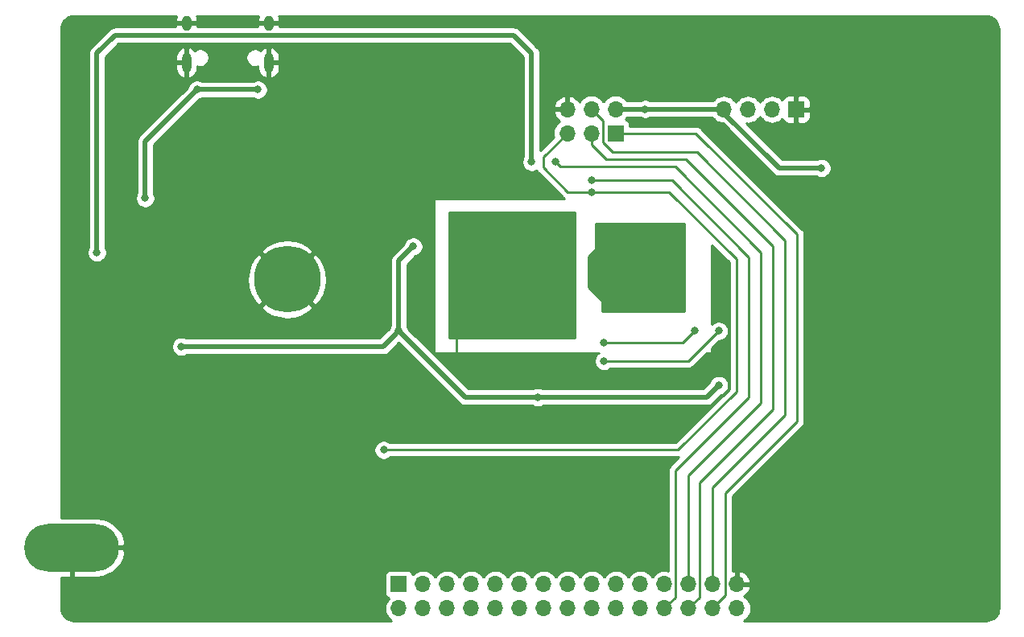
<source format=gtl>
G04 #@! TF.GenerationSoftware,KiCad,Pcbnew,(5.1.0)-1*
G04 #@! TF.CreationDate,2019-07-26T12:40:45+09:00*
G04 #@! TF.ProjectId,ChocIn60,43686f63-496e-4363-902e-6b696361645f,rev?*
G04 #@! TF.SameCoordinates,Original*
G04 #@! TF.FileFunction,Copper,L1,Top*
G04 #@! TF.FilePolarity,Positive*
%FSLAX46Y46*%
G04 Gerber Fmt 4.6, Leading zero omitted, Abs format (unit mm)*
G04 Created by KiCad (PCBNEW (5.1.0)-1) date 2019-07-26 12:40:45*
%MOMM*%
%LPD*%
G04 APERTURE LIST*
%ADD10O,1.000000X2.100000*%
%ADD11O,1.000000X1.600000*%
%ADD12O,1.700000X1.700000*%
%ADD13R,1.700000X1.700000*%
%ADD14C,7.000240*%
%ADD15O,9.999980X5.001260*%
%ADD16C,0.800000*%
%ADD17C,0.250000*%
%ADD18C,0.500000*%
%ADD19C,0.254000*%
G04 APERTURE END LIST*
D10*
X53880000Y-55580000D03*
X62520000Y-55580000D03*
D11*
X53880000Y-51400000D03*
X62520000Y-51400000D03*
D12*
X110380000Y-60500000D03*
X112920000Y-60500000D03*
X115460000Y-60500000D03*
D13*
X118000000Y-60500000D03*
D12*
X111760000Y-113030000D03*
X111760000Y-110490000D03*
X109220000Y-113030000D03*
X109220000Y-110490000D03*
X106680000Y-113030000D03*
X106680000Y-110490000D03*
X104140000Y-113030000D03*
X104140000Y-110490000D03*
X101600000Y-113030000D03*
X101600000Y-110490000D03*
X99060000Y-113030000D03*
X99060000Y-110490000D03*
X96520000Y-113030000D03*
X96520000Y-110490000D03*
X93980000Y-113030000D03*
X93980000Y-110490000D03*
X91440000Y-113030000D03*
X91440000Y-110490000D03*
X88900000Y-113030000D03*
X88900000Y-110490000D03*
X86360000Y-113030000D03*
X86360000Y-110490000D03*
X83820000Y-113030000D03*
X83820000Y-110490000D03*
X81280000Y-113030000D03*
X81280000Y-110490000D03*
X78740000Y-113030000D03*
X78740000Y-110490000D03*
X76200000Y-113030000D03*
D13*
X76200000Y-110490000D03*
D12*
X93920000Y-60460000D03*
X93920000Y-63000000D03*
X96460000Y-60460000D03*
X96460000Y-63000000D03*
X99000000Y-60460000D03*
D13*
X99000000Y-63000000D03*
D14*
X64453146Y-78400048D03*
D15*
X41831252Y-106625000D03*
D16*
X88011000Y-77851000D03*
X105473500Y-81153000D03*
X95000000Y-93000000D03*
X53340000Y-68580000D03*
X73025000Y-75565000D03*
X85090000Y-69596000D03*
X87376000Y-69596000D03*
X85090000Y-66040000D03*
X83185000Y-67310000D03*
X86360000Y-67310000D03*
X84455000Y-68580000D03*
X81915000Y-66040000D03*
X83820000Y-64770000D03*
X80645000Y-64770000D03*
X82550000Y-63500000D03*
X78740000Y-64770000D03*
X80645000Y-62230000D03*
X78740000Y-62230000D03*
X76835000Y-62230000D03*
X76835000Y-64770000D03*
X74930000Y-62230000D03*
X74930000Y-64770000D03*
X73025000Y-62230000D03*
X73025000Y-64770000D03*
X71120000Y-62230000D03*
X71120000Y-64770000D03*
X69850000Y-66040000D03*
X68580000Y-67945000D03*
X66675000Y-67945000D03*
X64770000Y-67945000D03*
X62865000Y-66675000D03*
X60325000Y-66675000D03*
X66675000Y-60960000D03*
X64135000Y-61595000D03*
X63500000Y-63500000D03*
X62230000Y-63500000D03*
X62230000Y-61595000D03*
X60325000Y-59690000D03*
X57150000Y-59690000D03*
X57150000Y-60960000D03*
X57785000Y-64135000D03*
X59055000Y-65405000D03*
X69850000Y-61595000D03*
X82296000Y-83947000D03*
X82296000Y-86868000D03*
X53339000Y-85470000D03*
X77724000Y-74930000D03*
X90805022Y-90805000D03*
X102116000Y-60460000D03*
X120650000Y-66675000D03*
X76200000Y-83819940D03*
X109855000Y-89535000D03*
X90170000Y-66040000D03*
X44450000Y-75565000D03*
X61400000Y-58420000D03*
X55000000Y-58420000D03*
X49530000Y-69849980D03*
X96520000Y-69215000D03*
X74625200Y-96342200D03*
X97790000Y-86995000D03*
X109855000Y-83820000D03*
X97790000Y-85090000D03*
X107315000Y-83820000D03*
X96519992Y-67945000D03*
X92710000Y-66040000D03*
D17*
X82296000Y-86868000D02*
X82296000Y-83947000D01*
D18*
X120084315Y-66675000D02*
X120650000Y-66675000D01*
X116205000Y-66675000D02*
X120084315Y-66675000D01*
X99000000Y-60460000D02*
X109990000Y-60460000D01*
X109990000Y-60460000D02*
X116205000Y-66675000D01*
X75800001Y-84219939D02*
X76200000Y-83819940D01*
X74549940Y-85470000D02*
X75800001Y-84219939D01*
X76599999Y-84219939D02*
X76200000Y-83819940D01*
X53339000Y-85470000D02*
X74549940Y-85470000D01*
X76200000Y-76454000D02*
X76200000Y-83254255D01*
X83185060Y-90805000D02*
X76599999Y-84219939D01*
X90805022Y-90805000D02*
X83185060Y-90805000D01*
X76200000Y-83254255D02*
X76200000Y-83819940D01*
X77724000Y-74930000D02*
X76200000Y-76454000D01*
X108585000Y-90805000D02*
X109455001Y-89934999D01*
X109455001Y-89934999D02*
X109855000Y-89535000D01*
X90805022Y-90805000D02*
X108585000Y-90805000D01*
X90170000Y-54610000D02*
X90170000Y-66040000D01*
X88265000Y-52705000D02*
X90170000Y-54610000D01*
X46355000Y-52705000D02*
X88265000Y-52705000D01*
X44450000Y-75565000D02*
X44450000Y-54610000D01*
X44450000Y-54610000D02*
X46355000Y-52705000D01*
X55000000Y-58420000D02*
X61400000Y-58420000D01*
X49530000Y-69284295D02*
X49530000Y-69849980D01*
X49530000Y-63890000D02*
X49530000Y-69284295D01*
X55000000Y-58420000D02*
X49530000Y-63890000D01*
D17*
X91397848Y-66632848D02*
X93980000Y-69215000D01*
X91397848Y-65522152D02*
X91397848Y-66632848D01*
X93920000Y-63000000D02*
X91397848Y-65522152D01*
X93980000Y-69215000D02*
X95954315Y-69215000D01*
X95954315Y-69215000D02*
X96520000Y-69215000D01*
X104643951Y-69215000D02*
X96520000Y-69215000D01*
X111694600Y-76265649D02*
X104643951Y-69215000D01*
X111694600Y-90235400D02*
X111694600Y-76265649D01*
X74625200Y-96342200D02*
X105587800Y-96342200D01*
X105587800Y-96342200D02*
X111694600Y-90235400D01*
X116840000Y-92710000D02*
X109220000Y-100330000D01*
X97657957Y-61657957D02*
X97657957Y-63942959D01*
X109220000Y-100330000D02*
X109220000Y-110490000D01*
X96460000Y-60460000D02*
X97657957Y-61657957D01*
X97657957Y-63942959D02*
X98738998Y-65024000D01*
X98738998Y-65024000D02*
X107569000Y-65024000D01*
X107569000Y-65024000D02*
X116840000Y-74295000D01*
X116840000Y-74295000D02*
X116840000Y-92710000D01*
X98043919Y-65786000D02*
X96460000Y-64202081D01*
X107855001Y-111854999D02*
X107855001Y-99789999D01*
X107855001Y-99789999D02*
X115570000Y-92075000D01*
X106680000Y-113030000D02*
X107855001Y-111854999D01*
X115570000Y-92075000D02*
X115570000Y-74930000D01*
X115570000Y-74930000D02*
X106426000Y-65786000D01*
X96460000Y-64202081D02*
X96460000Y-63000000D01*
X106426000Y-65786000D02*
X98043919Y-65786000D01*
X107450000Y-63000000D02*
X99000000Y-63000000D01*
X118110000Y-73660000D02*
X107450000Y-63000000D01*
X118110000Y-93345000D02*
X118110000Y-73660000D01*
X110584999Y-100870001D02*
X118110000Y-93345000D01*
X109220000Y-113030000D02*
X110584999Y-111665001D01*
X110584999Y-111665001D02*
X110584999Y-100870001D01*
X97790000Y-86995000D02*
X106680000Y-86995000D01*
X106680000Y-86995000D02*
X109855000Y-83820000D01*
X106045000Y-85090000D02*
X107315000Y-83820000D01*
X97790000Y-85090000D02*
X106045000Y-85090000D01*
X97085677Y-67945000D02*
X96519992Y-67945000D01*
X105315001Y-111854999D02*
X105315001Y-98519999D01*
X104140000Y-113030000D02*
X105315001Y-111854999D01*
X105315001Y-98519999D02*
X113030000Y-90805000D01*
X113030000Y-90805000D02*
X113030000Y-76037310D01*
X113030000Y-76037310D02*
X104937690Y-67945000D01*
X104937690Y-67945000D02*
X97085677Y-67945000D01*
X106680000Y-109287919D02*
X106680000Y-110490000D01*
X92710000Y-66040000D02*
X93218000Y-66548000D01*
X93218000Y-66548000D02*
X105283000Y-66548000D01*
X105283000Y-66548000D02*
X114300000Y-75565000D01*
X114300000Y-75565000D02*
X114300000Y-91440000D01*
X114300000Y-91440000D02*
X106680000Y-99060000D01*
X106680000Y-99060000D02*
X106680000Y-109287919D01*
D19*
G36*
X106235500Y-81788000D02*
G01*
X97599500Y-81788000D01*
X97599500Y-80708500D01*
X97597060Y-80683724D01*
X97589833Y-80659899D01*
X97578097Y-80637943D01*
X97562303Y-80618697D01*
X96139000Y-79195394D01*
X96139000Y-75998606D01*
X96863803Y-75273803D01*
X96879597Y-75254557D01*
X96891333Y-75232601D01*
X96898560Y-75208776D01*
X96901000Y-75184000D01*
X96901000Y-72517000D01*
X106235500Y-72517000D01*
X106235500Y-81788000D01*
X106235500Y-81788000D01*
G37*
X106235500Y-81788000D02*
X97599500Y-81788000D01*
X97599500Y-80708500D01*
X97597060Y-80683724D01*
X97589833Y-80659899D01*
X97578097Y-80637943D01*
X97562303Y-80618697D01*
X96139000Y-79195394D01*
X96139000Y-75998606D01*
X96863803Y-75273803D01*
X96879597Y-75254557D01*
X96891333Y-75232601D01*
X96898560Y-75208776D01*
X96901000Y-75184000D01*
X96901000Y-72517000D01*
X106235500Y-72517000D01*
X106235500Y-81788000D01*
G36*
X94742000Y-84582000D02*
G01*
X81534000Y-84582000D01*
X81534000Y-71374000D01*
X94742000Y-71374000D01*
X94742000Y-84582000D01*
X94742000Y-84582000D01*
G37*
X94742000Y-84582000D02*
X81534000Y-84582000D01*
X81534000Y-71374000D01*
X94742000Y-71374000D01*
X94742000Y-84582000D01*
G36*
X52791585Y-50754013D02*
G01*
X52745000Y-50973000D01*
X52745000Y-51273000D01*
X53753000Y-51273000D01*
X53753000Y-51253000D01*
X54007000Y-51253000D01*
X54007000Y-51273000D01*
X55015000Y-51273000D01*
X55015000Y-50973000D01*
X54968415Y-50754013D01*
X54938751Y-50685000D01*
X61461249Y-50685000D01*
X61431585Y-50754013D01*
X61385000Y-50973000D01*
X61385000Y-51273000D01*
X62393000Y-51273000D01*
X62393000Y-51253000D01*
X62647000Y-51253000D01*
X62647000Y-51273000D01*
X63655000Y-51273000D01*
X63655000Y-50973000D01*
X63608415Y-50754013D01*
X63578751Y-50685000D01*
X137966495Y-50685000D01*
X138254782Y-50713267D01*
X138499855Y-50787259D01*
X138725890Y-50907443D01*
X138924281Y-51069248D01*
X139087460Y-51266497D01*
X139209220Y-51491687D01*
X139284924Y-51736247D01*
X139315000Y-52022398D01*
X139315001Y-112966484D01*
X139286733Y-113254782D01*
X139212741Y-113499855D01*
X139092554Y-113725893D01*
X138930754Y-113924279D01*
X138733503Y-114087460D01*
X138508310Y-114209221D01*
X138263753Y-114284924D01*
X137973320Y-114315450D01*
X112505304Y-114315450D01*
X112589014Y-114270706D01*
X112815134Y-114085134D01*
X113000706Y-113859014D01*
X113138599Y-113601034D01*
X113223513Y-113321111D01*
X113252185Y-113030000D01*
X113223513Y-112738889D01*
X113138599Y-112458966D01*
X113000706Y-112200986D01*
X112815134Y-111974866D01*
X112589014Y-111789294D01*
X112531244Y-111758416D01*
X112760269Y-111587588D01*
X112955178Y-111371355D01*
X113104157Y-111121252D01*
X113201481Y-110846891D01*
X113080814Y-110617000D01*
X111887000Y-110617000D01*
X111887000Y-110637000D01*
X111633000Y-110637000D01*
X111633000Y-110617000D01*
X111613000Y-110617000D01*
X111613000Y-110363000D01*
X111633000Y-110363000D01*
X111633000Y-109169845D01*
X111887000Y-109169845D01*
X111887000Y-110363000D01*
X113080814Y-110363000D01*
X113201481Y-110133109D01*
X113104157Y-109858748D01*
X112955178Y-109608645D01*
X112760269Y-109392412D01*
X112526920Y-109218359D01*
X112264099Y-109093175D01*
X112116890Y-109048524D01*
X111887000Y-109169845D01*
X111633000Y-109169845D01*
X111403110Y-109048524D01*
X111344999Y-109066150D01*
X111344999Y-101184802D01*
X118621009Y-93908794D01*
X118650001Y-93885001D01*
X118673795Y-93856008D01*
X118673799Y-93856004D01*
X118744973Y-93769277D01*
X118744974Y-93769276D01*
X118815546Y-93637247D01*
X118859003Y-93493986D01*
X118870000Y-93382333D01*
X118870000Y-93382324D01*
X118873676Y-93345001D01*
X118870000Y-93307678D01*
X118870000Y-73697333D01*
X118873677Y-73660000D01*
X118859003Y-73511014D01*
X118815546Y-73367753D01*
X118744974Y-73235724D01*
X118673799Y-73148997D01*
X118650001Y-73119999D01*
X118621003Y-73096201D01*
X108013804Y-62489003D01*
X107990001Y-62459999D01*
X107874276Y-62365026D01*
X107742247Y-62294454D01*
X107598986Y-62250997D01*
X107487333Y-62240000D01*
X107487322Y-62240000D01*
X107450000Y-62236324D01*
X107412678Y-62240000D01*
X100488072Y-62240000D01*
X100488072Y-62150000D01*
X100475812Y-62025518D01*
X100439502Y-61905820D01*
X100380537Y-61795506D01*
X100301185Y-61698815D01*
X100204494Y-61619463D01*
X100094180Y-61560498D01*
X100025313Y-61539607D01*
X100055134Y-61515134D01*
X100194759Y-61345000D01*
X101577546Y-61345000D01*
X101625744Y-61377205D01*
X101814102Y-61455226D01*
X102014061Y-61495000D01*
X102217939Y-61495000D01*
X102417898Y-61455226D01*
X102606256Y-61377205D01*
X102654454Y-61345000D01*
X109152413Y-61345000D01*
X109324866Y-61555134D01*
X109550986Y-61740706D01*
X109808966Y-61878599D01*
X110088889Y-61963513D01*
X110258655Y-61980234D01*
X115548470Y-67270049D01*
X115576183Y-67303817D01*
X115609951Y-67331530D01*
X115609953Y-67331532D01*
X115670475Y-67381201D01*
X115710941Y-67414411D01*
X115864687Y-67496589D01*
X116031510Y-67547195D01*
X116161523Y-67560000D01*
X116161533Y-67560000D01*
X116204999Y-67564281D01*
X116248465Y-67560000D01*
X120111546Y-67560000D01*
X120159744Y-67592205D01*
X120348102Y-67670226D01*
X120548061Y-67710000D01*
X120751939Y-67710000D01*
X120951898Y-67670226D01*
X121140256Y-67592205D01*
X121309774Y-67478937D01*
X121453937Y-67334774D01*
X121567205Y-67165256D01*
X121645226Y-66976898D01*
X121685000Y-66776939D01*
X121685000Y-66573061D01*
X121645226Y-66373102D01*
X121567205Y-66184744D01*
X121453937Y-66015226D01*
X121309774Y-65871063D01*
X121140256Y-65757795D01*
X120951898Y-65679774D01*
X120751939Y-65640000D01*
X120548061Y-65640000D01*
X120348102Y-65679774D01*
X120159744Y-65757795D01*
X120111546Y-65790000D01*
X116571579Y-65790000D01*
X112757787Y-61976208D01*
X112847050Y-61985000D01*
X112992950Y-61985000D01*
X113211111Y-61963513D01*
X113491034Y-61878599D01*
X113749014Y-61740706D01*
X113975134Y-61555134D01*
X114160706Y-61329014D01*
X114190000Y-61274209D01*
X114219294Y-61329014D01*
X114404866Y-61555134D01*
X114630986Y-61740706D01*
X114888966Y-61878599D01*
X115168889Y-61963513D01*
X115387050Y-61985000D01*
X115532950Y-61985000D01*
X115751111Y-61963513D01*
X116031034Y-61878599D01*
X116289014Y-61740706D01*
X116515134Y-61555134D01*
X116539607Y-61525313D01*
X116560498Y-61594180D01*
X116619463Y-61704494D01*
X116698815Y-61801185D01*
X116795506Y-61880537D01*
X116905820Y-61939502D01*
X117025518Y-61975812D01*
X117150000Y-61988072D01*
X117714250Y-61985000D01*
X117873000Y-61826250D01*
X117873000Y-60627000D01*
X118127000Y-60627000D01*
X118127000Y-61826250D01*
X118285750Y-61985000D01*
X118850000Y-61988072D01*
X118974482Y-61975812D01*
X119094180Y-61939502D01*
X119204494Y-61880537D01*
X119301185Y-61801185D01*
X119380537Y-61704494D01*
X119439502Y-61594180D01*
X119475812Y-61474482D01*
X119488072Y-61350000D01*
X119485000Y-60785750D01*
X119326250Y-60627000D01*
X118127000Y-60627000D01*
X117873000Y-60627000D01*
X117853000Y-60627000D01*
X117853000Y-60373000D01*
X117873000Y-60373000D01*
X117873000Y-59173750D01*
X118127000Y-59173750D01*
X118127000Y-60373000D01*
X119326250Y-60373000D01*
X119485000Y-60214250D01*
X119488072Y-59650000D01*
X119475812Y-59525518D01*
X119439502Y-59405820D01*
X119380537Y-59295506D01*
X119301185Y-59198815D01*
X119204494Y-59119463D01*
X119094180Y-59060498D01*
X118974482Y-59024188D01*
X118850000Y-59011928D01*
X118285750Y-59015000D01*
X118127000Y-59173750D01*
X117873000Y-59173750D01*
X117714250Y-59015000D01*
X117150000Y-59011928D01*
X117025518Y-59024188D01*
X116905820Y-59060498D01*
X116795506Y-59119463D01*
X116698815Y-59198815D01*
X116619463Y-59295506D01*
X116560498Y-59405820D01*
X116539607Y-59474687D01*
X116515134Y-59444866D01*
X116289014Y-59259294D01*
X116031034Y-59121401D01*
X115751111Y-59036487D01*
X115532950Y-59015000D01*
X115387050Y-59015000D01*
X115168889Y-59036487D01*
X114888966Y-59121401D01*
X114630986Y-59259294D01*
X114404866Y-59444866D01*
X114219294Y-59670986D01*
X114190000Y-59725791D01*
X114160706Y-59670986D01*
X113975134Y-59444866D01*
X113749014Y-59259294D01*
X113491034Y-59121401D01*
X113211111Y-59036487D01*
X112992950Y-59015000D01*
X112847050Y-59015000D01*
X112628889Y-59036487D01*
X112348966Y-59121401D01*
X112090986Y-59259294D01*
X111864866Y-59444866D01*
X111679294Y-59670986D01*
X111650000Y-59725791D01*
X111620706Y-59670986D01*
X111435134Y-59444866D01*
X111209014Y-59259294D01*
X110951034Y-59121401D01*
X110671111Y-59036487D01*
X110452950Y-59015000D01*
X110307050Y-59015000D01*
X110088889Y-59036487D01*
X109808966Y-59121401D01*
X109550986Y-59259294D01*
X109324866Y-59444866D01*
X109218068Y-59575000D01*
X102654454Y-59575000D01*
X102606256Y-59542795D01*
X102417898Y-59464774D01*
X102217939Y-59425000D01*
X102014061Y-59425000D01*
X101814102Y-59464774D01*
X101625744Y-59542795D01*
X101577546Y-59575000D01*
X100194759Y-59575000D01*
X100055134Y-59404866D01*
X99829014Y-59219294D01*
X99571034Y-59081401D01*
X99291111Y-58996487D01*
X99072950Y-58975000D01*
X98927050Y-58975000D01*
X98708889Y-58996487D01*
X98428966Y-59081401D01*
X98170986Y-59219294D01*
X97944866Y-59404866D01*
X97759294Y-59630986D01*
X97730000Y-59685791D01*
X97700706Y-59630986D01*
X97515134Y-59404866D01*
X97289014Y-59219294D01*
X97031034Y-59081401D01*
X96751111Y-58996487D01*
X96532950Y-58975000D01*
X96387050Y-58975000D01*
X96168889Y-58996487D01*
X95888966Y-59081401D01*
X95630986Y-59219294D01*
X95404866Y-59404866D01*
X95219294Y-59630986D01*
X95184799Y-59695523D01*
X95115178Y-59578645D01*
X94920269Y-59362412D01*
X94686920Y-59188359D01*
X94424099Y-59063175D01*
X94276890Y-59018524D01*
X94047000Y-59139845D01*
X94047000Y-60333000D01*
X94067000Y-60333000D01*
X94067000Y-60587000D01*
X94047000Y-60587000D01*
X94047000Y-60607000D01*
X93793000Y-60607000D01*
X93793000Y-60587000D01*
X92599186Y-60587000D01*
X92478519Y-60816891D01*
X92575843Y-61091252D01*
X92724822Y-61341355D01*
X92919731Y-61557588D01*
X93148756Y-61728416D01*
X93090986Y-61759294D01*
X92864866Y-61944866D01*
X92679294Y-62170986D01*
X92541401Y-62428966D01*
X92456487Y-62708889D01*
X92427815Y-63000000D01*
X92456487Y-63291111D01*
X92479203Y-63365995D01*
X91055000Y-64790199D01*
X91055000Y-60103109D01*
X92478519Y-60103109D01*
X92599186Y-60333000D01*
X93793000Y-60333000D01*
X93793000Y-59139845D01*
X93563110Y-59018524D01*
X93415901Y-59063175D01*
X93153080Y-59188359D01*
X92919731Y-59362412D01*
X92724822Y-59578645D01*
X92575843Y-59828748D01*
X92478519Y-60103109D01*
X91055000Y-60103109D01*
X91055000Y-54653469D01*
X91059281Y-54610000D01*
X91055000Y-54566531D01*
X91055000Y-54566523D01*
X91042195Y-54436510D01*
X90991589Y-54269687D01*
X90909411Y-54115941D01*
X90865180Y-54062046D01*
X90826532Y-54014953D01*
X90826530Y-54014951D01*
X90798817Y-53981183D01*
X90765050Y-53953471D01*
X88921534Y-52109956D01*
X88893817Y-52076183D01*
X88759059Y-51965589D01*
X88605313Y-51883411D01*
X88438490Y-51832805D01*
X88308477Y-51820000D01*
X88308469Y-51820000D01*
X88265000Y-51815719D01*
X88221531Y-51820000D01*
X63655000Y-51820000D01*
X63655000Y-51527000D01*
X62647000Y-51527000D01*
X62647000Y-51547000D01*
X62393000Y-51547000D01*
X62393000Y-51527000D01*
X61385000Y-51527000D01*
X61385000Y-51820000D01*
X55015000Y-51820000D01*
X55015000Y-51527000D01*
X54007000Y-51527000D01*
X54007000Y-51547000D01*
X53753000Y-51547000D01*
X53753000Y-51527000D01*
X52745000Y-51527000D01*
X52745000Y-51820000D01*
X46398469Y-51820000D01*
X46355000Y-51815719D01*
X46311531Y-51820000D01*
X46311523Y-51820000D01*
X46181510Y-51832805D01*
X46014687Y-51883411D01*
X45922084Y-51932908D01*
X45860941Y-51965589D01*
X45759953Y-52048468D01*
X45759951Y-52048470D01*
X45726183Y-52076183D01*
X45698470Y-52109951D01*
X43854951Y-53953471D01*
X43821184Y-53981183D01*
X43793471Y-54014951D01*
X43793468Y-54014954D01*
X43710590Y-54115941D01*
X43628412Y-54269687D01*
X43577805Y-54436510D01*
X43560719Y-54610000D01*
X43565001Y-54653479D01*
X43565000Y-75026546D01*
X43532795Y-75074744D01*
X43454774Y-75263102D01*
X43415000Y-75463061D01*
X43415000Y-75666939D01*
X43454774Y-75866898D01*
X43532795Y-76055256D01*
X43646063Y-76224774D01*
X43790226Y-76368937D01*
X43959744Y-76482205D01*
X44148102Y-76560226D01*
X44348061Y-76600000D01*
X44551939Y-76600000D01*
X44751898Y-76560226D01*
X44940256Y-76482205D01*
X45109774Y-76368937D01*
X45253937Y-76224774D01*
X45367205Y-76055256D01*
X45445226Y-75866898D01*
X45485000Y-75666939D01*
X45485000Y-75485806D01*
X61718510Y-75485806D01*
X64453146Y-78220443D01*
X67187782Y-75485806D01*
X66791583Y-74965401D01*
X66076584Y-74575190D01*
X65299198Y-74331967D01*
X64489298Y-74245077D01*
X63678008Y-74317861D01*
X62896507Y-74547521D01*
X62174827Y-74925232D01*
X62114709Y-74965401D01*
X61718510Y-75485806D01*
X45485000Y-75485806D01*
X45485000Y-75463061D01*
X45445226Y-75263102D01*
X45367205Y-75074744D01*
X45335000Y-75026546D01*
X45335000Y-69748041D01*
X48495000Y-69748041D01*
X48495000Y-69951919D01*
X48534774Y-70151878D01*
X48612795Y-70340236D01*
X48726063Y-70509754D01*
X48870226Y-70653917D01*
X49039744Y-70767185D01*
X49228102Y-70845206D01*
X49428061Y-70884980D01*
X49631939Y-70884980D01*
X49831898Y-70845206D01*
X50020256Y-70767185D01*
X50189774Y-70653917D01*
X50333937Y-70509754D01*
X50447205Y-70340236D01*
X50525226Y-70151878D01*
X50565000Y-69951919D01*
X50565000Y-69748041D01*
X50525226Y-69548082D01*
X50447205Y-69359724D01*
X50415000Y-69311526D01*
X50415000Y-64256578D01*
X55245044Y-59426535D01*
X55301898Y-59415226D01*
X55490256Y-59337205D01*
X55538454Y-59305000D01*
X60861546Y-59305000D01*
X60909744Y-59337205D01*
X61098102Y-59415226D01*
X61298061Y-59455000D01*
X61501939Y-59455000D01*
X61701898Y-59415226D01*
X61890256Y-59337205D01*
X62059774Y-59223937D01*
X62203937Y-59079774D01*
X62317205Y-58910256D01*
X62395226Y-58721898D01*
X62435000Y-58521939D01*
X62435000Y-58318061D01*
X62395226Y-58118102D01*
X62317205Y-57929744D01*
X62203937Y-57760226D01*
X62059774Y-57616063D01*
X61890256Y-57502795D01*
X61701898Y-57424774D01*
X61501939Y-57385000D01*
X61298061Y-57385000D01*
X61098102Y-57424774D01*
X60909744Y-57502795D01*
X60861546Y-57535000D01*
X55538454Y-57535000D01*
X55490256Y-57502795D01*
X55301898Y-57424774D01*
X55101939Y-57385000D01*
X54898061Y-57385000D01*
X54698102Y-57424774D01*
X54509744Y-57502795D01*
X54340226Y-57616063D01*
X54196063Y-57760226D01*
X54082795Y-57929744D01*
X54004774Y-58118102D01*
X53993465Y-58174956D01*
X48934956Y-63233466D01*
X48901183Y-63261183D01*
X48790589Y-63395942D01*
X48708411Y-63549688D01*
X48657805Y-63716511D01*
X48645000Y-63846524D01*
X48645000Y-63846531D01*
X48640719Y-63890000D01*
X48645000Y-63933469D01*
X48645001Y-69240809D01*
X48645000Y-69240819D01*
X48645000Y-69311526D01*
X48612795Y-69359724D01*
X48534774Y-69548082D01*
X48495000Y-69748041D01*
X45335000Y-69748041D01*
X45335000Y-55707000D01*
X52745000Y-55707000D01*
X52745000Y-56257000D01*
X52791585Y-56475987D01*
X52879997Y-56681678D01*
X53006839Y-56866169D01*
X53167236Y-57022369D01*
X53355024Y-57144276D01*
X53578126Y-57224119D01*
X53753000Y-57097954D01*
X53753000Y-55707000D01*
X52745000Y-55707000D01*
X45335000Y-55707000D01*
X45335000Y-54976578D01*
X45408578Y-54903000D01*
X52745000Y-54903000D01*
X52745000Y-55453000D01*
X53753000Y-55453000D01*
X53753000Y-54062046D01*
X54007000Y-54062046D01*
X54007000Y-55453000D01*
X54027000Y-55453000D01*
X54027000Y-55707000D01*
X54007000Y-55707000D01*
X54007000Y-57097954D01*
X54181874Y-57224119D01*
X54404976Y-57144276D01*
X54592764Y-57022369D01*
X54753161Y-56866169D01*
X54880003Y-56681678D01*
X54968415Y-56475987D01*
X55015000Y-56257000D01*
X55015000Y-55966904D01*
X55029978Y-55973108D01*
X55215448Y-56010000D01*
X55404552Y-56010000D01*
X55590022Y-55973108D01*
X55764731Y-55900741D01*
X55921964Y-55795681D01*
X56055681Y-55661964D01*
X56160741Y-55504731D01*
X56233108Y-55330022D01*
X56270000Y-55144552D01*
X56270000Y-54955448D01*
X60130000Y-54955448D01*
X60130000Y-55144552D01*
X60166892Y-55330022D01*
X60239259Y-55504731D01*
X60344319Y-55661964D01*
X60478036Y-55795681D01*
X60635269Y-55900741D01*
X60809978Y-55973108D01*
X60995448Y-56010000D01*
X61184552Y-56010000D01*
X61370022Y-55973108D01*
X61385000Y-55966904D01*
X61385000Y-56257000D01*
X61431585Y-56475987D01*
X61519997Y-56681678D01*
X61646839Y-56866169D01*
X61807236Y-57022369D01*
X61995024Y-57144276D01*
X62218126Y-57224119D01*
X62393000Y-57097954D01*
X62393000Y-55707000D01*
X62647000Y-55707000D01*
X62647000Y-57097954D01*
X62821874Y-57224119D01*
X63044976Y-57144276D01*
X63232764Y-57022369D01*
X63393161Y-56866169D01*
X63520003Y-56681678D01*
X63608415Y-56475987D01*
X63655000Y-56257000D01*
X63655000Y-55707000D01*
X62647000Y-55707000D01*
X62393000Y-55707000D01*
X62373000Y-55707000D01*
X62373000Y-55453000D01*
X62393000Y-55453000D01*
X62393000Y-54062046D01*
X62647000Y-54062046D01*
X62647000Y-55453000D01*
X63655000Y-55453000D01*
X63655000Y-54903000D01*
X63608415Y-54684013D01*
X63520003Y-54478322D01*
X63393161Y-54293831D01*
X63232764Y-54137631D01*
X63044976Y-54015724D01*
X62821874Y-53935881D01*
X62647000Y-54062046D01*
X62393000Y-54062046D01*
X62218126Y-53935881D01*
X61995024Y-54015724D01*
X61807236Y-54137631D01*
X61662884Y-54278206D01*
X61544731Y-54199259D01*
X61370022Y-54126892D01*
X61184552Y-54090000D01*
X60995448Y-54090000D01*
X60809978Y-54126892D01*
X60635269Y-54199259D01*
X60478036Y-54304319D01*
X60344319Y-54438036D01*
X60239259Y-54595269D01*
X60166892Y-54769978D01*
X60130000Y-54955448D01*
X56270000Y-54955448D01*
X56233108Y-54769978D01*
X56160741Y-54595269D01*
X56055681Y-54438036D01*
X55921964Y-54304319D01*
X55764731Y-54199259D01*
X55590022Y-54126892D01*
X55404552Y-54090000D01*
X55215448Y-54090000D01*
X55029978Y-54126892D01*
X54855269Y-54199259D01*
X54737116Y-54278206D01*
X54592764Y-54137631D01*
X54404976Y-54015724D01*
X54181874Y-53935881D01*
X54007000Y-54062046D01*
X53753000Y-54062046D01*
X53578126Y-53935881D01*
X53355024Y-54015724D01*
X53167236Y-54137631D01*
X53006839Y-54293831D01*
X52879997Y-54478322D01*
X52791585Y-54684013D01*
X52745000Y-54903000D01*
X45408578Y-54903000D01*
X46721579Y-53590000D01*
X87898422Y-53590000D01*
X89285000Y-54976579D01*
X89285001Y-65501544D01*
X89252795Y-65549744D01*
X89174774Y-65738102D01*
X89135000Y-65938061D01*
X89135000Y-66141939D01*
X89174774Y-66341898D01*
X89252795Y-66530256D01*
X89366063Y-66699774D01*
X89510226Y-66843937D01*
X89679744Y-66957205D01*
X89868102Y-67035226D01*
X90068061Y-67075000D01*
X90271939Y-67075000D01*
X90471898Y-67035226D01*
X90660256Y-66957205D01*
X90696516Y-66932977D01*
X90762874Y-67057124D01*
X90831762Y-67141063D01*
X90857848Y-67172849D01*
X90886846Y-67196647D01*
X93416205Y-69726008D01*
X93439999Y-69755001D01*
X93468992Y-69778795D01*
X93468996Y-69778799D01*
X93539685Y-69836811D01*
X93555724Y-69849974D01*
X93598802Y-69873000D01*
X80000000Y-69873000D01*
X79975224Y-69875440D01*
X79951399Y-69882667D01*
X79929443Y-69894403D01*
X79910197Y-69910197D01*
X79894403Y-69929443D01*
X79882667Y-69951399D01*
X79875440Y-69975224D01*
X79873000Y-70000000D01*
X79873000Y-86000000D01*
X79875440Y-86024776D01*
X79882667Y-86048601D01*
X79894403Y-86070557D01*
X79910197Y-86089803D01*
X79929443Y-86105597D01*
X79951399Y-86117333D01*
X79975224Y-86124560D01*
X80000000Y-86127000D01*
X97226103Y-86127000D01*
X97130226Y-86191063D01*
X96986063Y-86335226D01*
X96872795Y-86504744D01*
X96794774Y-86693102D01*
X96755000Y-86893061D01*
X96755000Y-87096939D01*
X96794774Y-87296898D01*
X96872795Y-87485256D01*
X96986063Y-87654774D01*
X97130226Y-87798937D01*
X97299744Y-87912205D01*
X97488102Y-87990226D01*
X97688061Y-88030000D01*
X97891939Y-88030000D01*
X98091898Y-87990226D01*
X98280256Y-87912205D01*
X98449774Y-87798937D01*
X98493711Y-87755000D01*
X106642678Y-87755000D01*
X106680000Y-87758676D01*
X106717322Y-87755000D01*
X106717333Y-87755000D01*
X106828986Y-87744003D01*
X106972247Y-87700546D01*
X107104276Y-87629974D01*
X107220001Y-87535001D01*
X107243804Y-87505997D01*
X108622802Y-86127000D01*
X109000000Y-86127000D01*
X109024776Y-86124560D01*
X109048601Y-86117333D01*
X109070557Y-86105597D01*
X109089803Y-86089803D01*
X109105597Y-86070557D01*
X109117333Y-86048601D01*
X109124560Y-86024776D01*
X109127000Y-86000000D01*
X109127000Y-85622802D01*
X109894802Y-84855000D01*
X109956939Y-84855000D01*
X110156898Y-84815226D01*
X110345256Y-84737205D01*
X110514774Y-84623937D01*
X110658937Y-84479774D01*
X110772205Y-84310256D01*
X110850226Y-84121898D01*
X110890000Y-83921939D01*
X110890000Y-83718061D01*
X110850226Y-83518102D01*
X110772205Y-83329744D01*
X110658937Y-83160226D01*
X110514774Y-83016063D01*
X110345256Y-82902795D01*
X110156898Y-82824774D01*
X109956939Y-82785000D01*
X109753061Y-82785000D01*
X109553102Y-82824774D01*
X109364744Y-82902795D01*
X109195226Y-83016063D01*
X109127000Y-83084289D01*
X109127000Y-74772851D01*
X110934601Y-76580453D01*
X110934600Y-89920597D01*
X105272999Y-95582200D01*
X75328911Y-95582200D01*
X75284974Y-95538263D01*
X75115456Y-95424995D01*
X74927098Y-95346974D01*
X74727139Y-95307200D01*
X74523261Y-95307200D01*
X74323302Y-95346974D01*
X74134944Y-95424995D01*
X73965426Y-95538263D01*
X73821263Y-95682426D01*
X73707995Y-95851944D01*
X73629974Y-96040302D01*
X73590200Y-96240261D01*
X73590200Y-96444139D01*
X73629974Y-96644098D01*
X73707995Y-96832456D01*
X73821263Y-97001974D01*
X73965426Y-97146137D01*
X74134944Y-97259405D01*
X74323302Y-97337426D01*
X74523261Y-97377200D01*
X74727139Y-97377200D01*
X74927098Y-97337426D01*
X75115456Y-97259405D01*
X75284974Y-97146137D01*
X75328911Y-97102200D01*
X105550478Y-97102200D01*
X105587800Y-97105876D01*
X105625122Y-97102200D01*
X105625133Y-97102200D01*
X105661590Y-97098609D01*
X104803999Y-97956200D01*
X104775001Y-97979998D01*
X104751203Y-98008996D01*
X104751202Y-98008997D01*
X104680027Y-98095723D01*
X104609455Y-98227753D01*
X104565999Y-98371014D01*
X104551325Y-98519999D01*
X104555002Y-98557331D01*
X104555001Y-109064069D01*
X104431111Y-109026487D01*
X104212950Y-109005000D01*
X104067050Y-109005000D01*
X103848889Y-109026487D01*
X103568966Y-109111401D01*
X103310986Y-109249294D01*
X103084866Y-109434866D01*
X102899294Y-109660986D01*
X102870000Y-109715791D01*
X102840706Y-109660986D01*
X102655134Y-109434866D01*
X102429014Y-109249294D01*
X102171034Y-109111401D01*
X101891111Y-109026487D01*
X101672950Y-109005000D01*
X101527050Y-109005000D01*
X101308889Y-109026487D01*
X101028966Y-109111401D01*
X100770986Y-109249294D01*
X100544866Y-109434866D01*
X100359294Y-109660986D01*
X100330000Y-109715791D01*
X100300706Y-109660986D01*
X100115134Y-109434866D01*
X99889014Y-109249294D01*
X99631034Y-109111401D01*
X99351111Y-109026487D01*
X99132950Y-109005000D01*
X98987050Y-109005000D01*
X98768889Y-109026487D01*
X98488966Y-109111401D01*
X98230986Y-109249294D01*
X98004866Y-109434866D01*
X97819294Y-109660986D01*
X97790000Y-109715791D01*
X97760706Y-109660986D01*
X97575134Y-109434866D01*
X97349014Y-109249294D01*
X97091034Y-109111401D01*
X96811111Y-109026487D01*
X96592950Y-109005000D01*
X96447050Y-109005000D01*
X96228889Y-109026487D01*
X95948966Y-109111401D01*
X95690986Y-109249294D01*
X95464866Y-109434866D01*
X95279294Y-109660986D01*
X95250000Y-109715791D01*
X95220706Y-109660986D01*
X95035134Y-109434866D01*
X94809014Y-109249294D01*
X94551034Y-109111401D01*
X94271111Y-109026487D01*
X94052950Y-109005000D01*
X93907050Y-109005000D01*
X93688889Y-109026487D01*
X93408966Y-109111401D01*
X93150986Y-109249294D01*
X92924866Y-109434866D01*
X92739294Y-109660986D01*
X92710000Y-109715791D01*
X92680706Y-109660986D01*
X92495134Y-109434866D01*
X92269014Y-109249294D01*
X92011034Y-109111401D01*
X91731111Y-109026487D01*
X91512950Y-109005000D01*
X91367050Y-109005000D01*
X91148889Y-109026487D01*
X90868966Y-109111401D01*
X90610986Y-109249294D01*
X90384866Y-109434866D01*
X90199294Y-109660986D01*
X90170000Y-109715791D01*
X90140706Y-109660986D01*
X89955134Y-109434866D01*
X89729014Y-109249294D01*
X89471034Y-109111401D01*
X89191111Y-109026487D01*
X88972950Y-109005000D01*
X88827050Y-109005000D01*
X88608889Y-109026487D01*
X88328966Y-109111401D01*
X88070986Y-109249294D01*
X87844866Y-109434866D01*
X87659294Y-109660986D01*
X87630000Y-109715791D01*
X87600706Y-109660986D01*
X87415134Y-109434866D01*
X87189014Y-109249294D01*
X86931034Y-109111401D01*
X86651111Y-109026487D01*
X86432950Y-109005000D01*
X86287050Y-109005000D01*
X86068889Y-109026487D01*
X85788966Y-109111401D01*
X85530986Y-109249294D01*
X85304866Y-109434866D01*
X85119294Y-109660986D01*
X85090000Y-109715791D01*
X85060706Y-109660986D01*
X84875134Y-109434866D01*
X84649014Y-109249294D01*
X84391034Y-109111401D01*
X84111111Y-109026487D01*
X83892950Y-109005000D01*
X83747050Y-109005000D01*
X83528889Y-109026487D01*
X83248966Y-109111401D01*
X82990986Y-109249294D01*
X82764866Y-109434866D01*
X82579294Y-109660986D01*
X82550000Y-109715791D01*
X82520706Y-109660986D01*
X82335134Y-109434866D01*
X82109014Y-109249294D01*
X81851034Y-109111401D01*
X81571111Y-109026487D01*
X81352950Y-109005000D01*
X81207050Y-109005000D01*
X80988889Y-109026487D01*
X80708966Y-109111401D01*
X80450986Y-109249294D01*
X80224866Y-109434866D01*
X80039294Y-109660986D01*
X80010000Y-109715791D01*
X79980706Y-109660986D01*
X79795134Y-109434866D01*
X79569014Y-109249294D01*
X79311034Y-109111401D01*
X79031111Y-109026487D01*
X78812950Y-109005000D01*
X78667050Y-109005000D01*
X78448889Y-109026487D01*
X78168966Y-109111401D01*
X77910986Y-109249294D01*
X77684866Y-109434866D01*
X77660393Y-109464687D01*
X77639502Y-109395820D01*
X77580537Y-109285506D01*
X77501185Y-109188815D01*
X77404494Y-109109463D01*
X77294180Y-109050498D01*
X77174482Y-109014188D01*
X77050000Y-109001928D01*
X75350000Y-109001928D01*
X75225518Y-109014188D01*
X75105820Y-109050498D01*
X74995506Y-109109463D01*
X74898815Y-109188815D01*
X74819463Y-109285506D01*
X74760498Y-109395820D01*
X74724188Y-109515518D01*
X74711928Y-109640000D01*
X74711928Y-111340000D01*
X74724188Y-111464482D01*
X74760498Y-111584180D01*
X74819463Y-111694494D01*
X74898815Y-111791185D01*
X74995506Y-111870537D01*
X75105820Y-111929502D01*
X75174687Y-111950393D01*
X75144866Y-111974866D01*
X74959294Y-112200986D01*
X74821401Y-112458966D01*
X74736487Y-112738889D01*
X74707815Y-113030000D01*
X74736487Y-113321111D01*
X74821401Y-113601034D01*
X74959294Y-113859014D01*
X75144866Y-114085134D01*
X75370986Y-114270706D01*
X75454696Y-114315450D01*
X42038095Y-114315450D01*
X41745218Y-114286733D01*
X41500145Y-114212741D01*
X41274107Y-114092554D01*
X41075721Y-113930754D01*
X40912540Y-113733503D01*
X40790779Y-113508310D01*
X40715076Y-113263753D01*
X40685000Y-112977602D01*
X40685000Y-109760630D01*
X41704252Y-109760630D01*
X41704252Y-106752000D01*
X41958252Y-106752000D01*
X41958252Y-109760630D01*
X44457612Y-109760630D01*
X45066903Y-109675603D01*
X45647898Y-109473343D01*
X46178271Y-109161623D01*
X46637639Y-108752422D01*
X47008350Y-108261466D01*
X47276157Y-107707621D01*
X47405229Y-107240555D01*
X47304782Y-106752000D01*
X41958252Y-106752000D01*
X41704252Y-106752000D01*
X41684252Y-106752000D01*
X41684252Y-106498000D01*
X41704252Y-106498000D01*
X41704252Y-106478000D01*
X41958252Y-106478000D01*
X41958252Y-106498000D01*
X47304782Y-106498000D01*
X47405229Y-106009445D01*
X47276157Y-105542379D01*
X47008350Y-104988534D01*
X46637639Y-104497578D01*
X46178271Y-104088377D01*
X45647898Y-103776657D01*
X45066903Y-103574397D01*
X44457612Y-103489370D01*
X40685000Y-103489370D01*
X40685000Y-85368061D01*
X52304000Y-85368061D01*
X52304000Y-85571939D01*
X52343774Y-85771898D01*
X52421795Y-85960256D01*
X52535063Y-86129774D01*
X52679226Y-86273937D01*
X52848744Y-86387205D01*
X53037102Y-86465226D01*
X53237061Y-86505000D01*
X53440939Y-86505000D01*
X53640898Y-86465226D01*
X53829256Y-86387205D01*
X53877454Y-86355000D01*
X74506471Y-86355000D01*
X74549940Y-86359281D01*
X74593409Y-86355000D01*
X74593417Y-86355000D01*
X74723430Y-86342195D01*
X74890253Y-86291589D01*
X75043999Y-86209411D01*
X75178757Y-86098817D01*
X75206474Y-86065044D01*
X76200000Y-85071518D01*
X82528530Y-91400049D01*
X82556243Y-91433817D01*
X82590011Y-91461530D01*
X82590013Y-91461532D01*
X82691001Y-91544411D01*
X82844746Y-91626589D01*
X82924311Y-91650725D01*
X83011570Y-91677195D01*
X83141583Y-91690000D01*
X83141591Y-91690000D01*
X83185060Y-91694281D01*
X83228529Y-91690000D01*
X90266568Y-91690000D01*
X90314766Y-91722205D01*
X90503124Y-91800226D01*
X90703083Y-91840000D01*
X90906961Y-91840000D01*
X91106920Y-91800226D01*
X91295278Y-91722205D01*
X91343476Y-91690000D01*
X108541531Y-91690000D01*
X108585000Y-91694281D01*
X108628469Y-91690000D01*
X108628477Y-91690000D01*
X108758490Y-91677195D01*
X108925313Y-91626589D01*
X109079059Y-91544411D01*
X109213817Y-91433817D01*
X109241534Y-91400044D01*
X110100044Y-90541535D01*
X110156898Y-90530226D01*
X110345256Y-90452205D01*
X110514774Y-90338937D01*
X110658937Y-90194774D01*
X110772205Y-90025256D01*
X110850226Y-89836898D01*
X110890000Y-89636939D01*
X110890000Y-89433061D01*
X110850226Y-89233102D01*
X110772205Y-89044744D01*
X110658937Y-88875226D01*
X110514774Y-88731063D01*
X110345256Y-88617795D01*
X110156898Y-88539774D01*
X109956939Y-88500000D01*
X109753061Y-88500000D01*
X109553102Y-88539774D01*
X109364744Y-88617795D01*
X109195226Y-88731063D01*
X109051063Y-88875226D01*
X108937795Y-89044744D01*
X108859774Y-89233102D01*
X108848465Y-89289956D01*
X108218422Y-89920000D01*
X91343476Y-89920000D01*
X91295278Y-89887795D01*
X91106920Y-89809774D01*
X90906961Y-89770000D01*
X90703083Y-89770000D01*
X90503124Y-89809774D01*
X90314766Y-89887795D01*
X90266568Y-89920000D01*
X83551639Y-89920000D01*
X77206535Y-83574897D01*
X77195226Y-83518042D01*
X77117205Y-83329684D01*
X77085000Y-83281486D01*
X77085000Y-76820578D01*
X77969044Y-75936535D01*
X78025898Y-75925226D01*
X78214256Y-75847205D01*
X78383774Y-75733937D01*
X78527937Y-75589774D01*
X78641205Y-75420256D01*
X78719226Y-75231898D01*
X78759000Y-75031939D01*
X78759000Y-74828061D01*
X78719226Y-74628102D01*
X78641205Y-74439744D01*
X78527937Y-74270226D01*
X78383774Y-74126063D01*
X78214256Y-74012795D01*
X78025898Y-73934774D01*
X77825939Y-73895000D01*
X77622061Y-73895000D01*
X77422102Y-73934774D01*
X77233744Y-74012795D01*
X77064226Y-74126063D01*
X76920063Y-74270226D01*
X76806795Y-74439744D01*
X76728774Y-74628102D01*
X76717465Y-74684956D01*
X75604956Y-75797466D01*
X75571183Y-75825183D01*
X75460589Y-75959942D01*
X75378411Y-76113688D01*
X75354104Y-76193817D01*
X75332314Y-76265648D01*
X75327805Y-76280511D01*
X75315000Y-76410524D01*
X75315000Y-76410531D01*
X75310719Y-76454000D01*
X75315000Y-76497469D01*
X75315001Y-83210769D01*
X75315000Y-83210779D01*
X75315000Y-83281486D01*
X75282795Y-83329684D01*
X75204774Y-83518042D01*
X75193465Y-83574896D01*
X74183362Y-84585000D01*
X53877454Y-84585000D01*
X53829256Y-84552795D01*
X53640898Y-84474774D01*
X53440939Y-84435000D01*
X53237061Y-84435000D01*
X53037102Y-84474774D01*
X52848744Y-84552795D01*
X52679226Y-84666063D01*
X52535063Y-84810226D01*
X52421795Y-84979744D01*
X52343774Y-85168102D01*
X52304000Y-85368061D01*
X40685000Y-85368061D01*
X40685000Y-81314290D01*
X61718510Y-81314290D01*
X62114709Y-81834695D01*
X62829708Y-82224906D01*
X63607094Y-82468129D01*
X64416994Y-82555019D01*
X65228284Y-82482235D01*
X66009785Y-82252575D01*
X66731465Y-81874864D01*
X66791583Y-81834695D01*
X67187782Y-81314290D01*
X64453146Y-78579653D01*
X61718510Y-81314290D01*
X40685000Y-81314290D01*
X40685000Y-78363896D01*
X60298175Y-78363896D01*
X60370959Y-79175186D01*
X60600619Y-79956687D01*
X60978330Y-80678367D01*
X61018499Y-80738485D01*
X61538904Y-81134684D01*
X64273541Y-78400048D01*
X64632751Y-78400048D01*
X67367388Y-81134684D01*
X67887793Y-80738485D01*
X68278004Y-80023486D01*
X68521227Y-79246100D01*
X68608117Y-78436200D01*
X68535333Y-77624910D01*
X68305673Y-76843409D01*
X67927962Y-76121729D01*
X67887793Y-76061611D01*
X67367388Y-75665412D01*
X64632751Y-78400048D01*
X64273541Y-78400048D01*
X61538904Y-75665412D01*
X61018499Y-76061611D01*
X60628288Y-76776610D01*
X60385065Y-77553996D01*
X60298175Y-78363896D01*
X40685000Y-78363896D01*
X40685000Y-52028892D01*
X40712823Y-51745130D01*
X40786841Y-51499972D01*
X40907068Y-51273859D01*
X41068927Y-51075401D01*
X41266243Y-50912166D01*
X41491515Y-50790362D01*
X41736153Y-50714634D01*
X42018098Y-50685000D01*
X52821249Y-50685000D01*
X52791585Y-50754013D01*
X52791585Y-50754013D01*
G37*
X52791585Y-50754013D02*
X52745000Y-50973000D01*
X52745000Y-51273000D01*
X53753000Y-51273000D01*
X53753000Y-51253000D01*
X54007000Y-51253000D01*
X54007000Y-51273000D01*
X55015000Y-51273000D01*
X55015000Y-50973000D01*
X54968415Y-50754013D01*
X54938751Y-50685000D01*
X61461249Y-50685000D01*
X61431585Y-50754013D01*
X61385000Y-50973000D01*
X61385000Y-51273000D01*
X62393000Y-51273000D01*
X62393000Y-51253000D01*
X62647000Y-51253000D01*
X62647000Y-51273000D01*
X63655000Y-51273000D01*
X63655000Y-50973000D01*
X63608415Y-50754013D01*
X63578751Y-50685000D01*
X137966495Y-50685000D01*
X138254782Y-50713267D01*
X138499855Y-50787259D01*
X138725890Y-50907443D01*
X138924281Y-51069248D01*
X139087460Y-51266497D01*
X139209220Y-51491687D01*
X139284924Y-51736247D01*
X139315000Y-52022398D01*
X139315001Y-112966484D01*
X139286733Y-113254782D01*
X139212741Y-113499855D01*
X139092554Y-113725893D01*
X138930754Y-113924279D01*
X138733503Y-114087460D01*
X138508310Y-114209221D01*
X138263753Y-114284924D01*
X137973320Y-114315450D01*
X112505304Y-114315450D01*
X112589014Y-114270706D01*
X112815134Y-114085134D01*
X113000706Y-113859014D01*
X113138599Y-113601034D01*
X113223513Y-113321111D01*
X113252185Y-113030000D01*
X113223513Y-112738889D01*
X113138599Y-112458966D01*
X113000706Y-112200986D01*
X112815134Y-111974866D01*
X112589014Y-111789294D01*
X112531244Y-111758416D01*
X112760269Y-111587588D01*
X112955178Y-111371355D01*
X113104157Y-111121252D01*
X113201481Y-110846891D01*
X113080814Y-110617000D01*
X111887000Y-110617000D01*
X111887000Y-110637000D01*
X111633000Y-110637000D01*
X111633000Y-110617000D01*
X111613000Y-110617000D01*
X111613000Y-110363000D01*
X111633000Y-110363000D01*
X111633000Y-109169845D01*
X111887000Y-109169845D01*
X111887000Y-110363000D01*
X113080814Y-110363000D01*
X113201481Y-110133109D01*
X113104157Y-109858748D01*
X112955178Y-109608645D01*
X112760269Y-109392412D01*
X112526920Y-109218359D01*
X112264099Y-109093175D01*
X112116890Y-109048524D01*
X111887000Y-109169845D01*
X111633000Y-109169845D01*
X111403110Y-109048524D01*
X111344999Y-109066150D01*
X111344999Y-101184802D01*
X118621009Y-93908794D01*
X118650001Y-93885001D01*
X118673795Y-93856008D01*
X118673799Y-93856004D01*
X118744973Y-93769277D01*
X118744974Y-93769276D01*
X118815546Y-93637247D01*
X118859003Y-93493986D01*
X118870000Y-93382333D01*
X118870000Y-93382324D01*
X118873676Y-93345001D01*
X118870000Y-93307678D01*
X118870000Y-73697333D01*
X118873677Y-73660000D01*
X118859003Y-73511014D01*
X118815546Y-73367753D01*
X118744974Y-73235724D01*
X118673799Y-73148997D01*
X118650001Y-73119999D01*
X118621003Y-73096201D01*
X108013804Y-62489003D01*
X107990001Y-62459999D01*
X107874276Y-62365026D01*
X107742247Y-62294454D01*
X107598986Y-62250997D01*
X107487333Y-62240000D01*
X107487322Y-62240000D01*
X107450000Y-62236324D01*
X107412678Y-62240000D01*
X100488072Y-62240000D01*
X100488072Y-62150000D01*
X100475812Y-62025518D01*
X100439502Y-61905820D01*
X100380537Y-61795506D01*
X100301185Y-61698815D01*
X100204494Y-61619463D01*
X100094180Y-61560498D01*
X100025313Y-61539607D01*
X100055134Y-61515134D01*
X100194759Y-61345000D01*
X101577546Y-61345000D01*
X101625744Y-61377205D01*
X101814102Y-61455226D01*
X102014061Y-61495000D01*
X102217939Y-61495000D01*
X102417898Y-61455226D01*
X102606256Y-61377205D01*
X102654454Y-61345000D01*
X109152413Y-61345000D01*
X109324866Y-61555134D01*
X109550986Y-61740706D01*
X109808966Y-61878599D01*
X110088889Y-61963513D01*
X110258655Y-61980234D01*
X115548470Y-67270049D01*
X115576183Y-67303817D01*
X115609951Y-67331530D01*
X115609953Y-67331532D01*
X115670475Y-67381201D01*
X115710941Y-67414411D01*
X115864687Y-67496589D01*
X116031510Y-67547195D01*
X116161523Y-67560000D01*
X116161533Y-67560000D01*
X116204999Y-67564281D01*
X116248465Y-67560000D01*
X120111546Y-67560000D01*
X120159744Y-67592205D01*
X120348102Y-67670226D01*
X120548061Y-67710000D01*
X120751939Y-67710000D01*
X120951898Y-67670226D01*
X121140256Y-67592205D01*
X121309774Y-67478937D01*
X121453937Y-67334774D01*
X121567205Y-67165256D01*
X121645226Y-66976898D01*
X121685000Y-66776939D01*
X121685000Y-66573061D01*
X121645226Y-66373102D01*
X121567205Y-66184744D01*
X121453937Y-66015226D01*
X121309774Y-65871063D01*
X121140256Y-65757795D01*
X120951898Y-65679774D01*
X120751939Y-65640000D01*
X120548061Y-65640000D01*
X120348102Y-65679774D01*
X120159744Y-65757795D01*
X120111546Y-65790000D01*
X116571579Y-65790000D01*
X112757787Y-61976208D01*
X112847050Y-61985000D01*
X112992950Y-61985000D01*
X113211111Y-61963513D01*
X113491034Y-61878599D01*
X113749014Y-61740706D01*
X113975134Y-61555134D01*
X114160706Y-61329014D01*
X114190000Y-61274209D01*
X114219294Y-61329014D01*
X114404866Y-61555134D01*
X114630986Y-61740706D01*
X114888966Y-61878599D01*
X115168889Y-61963513D01*
X115387050Y-61985000D01*
X115532950Y-61985000D01*
X115751111Y-61963513D01*
X116031034Y-61878599D01*
X116289014Y-61740706D01*
X116515134Y-61555134D01*
X116539607Y-61525313D01*
X116560498Y-61594180D01*
X116619463Y-61704494D01*
X116698815Y-61801185D01*
X116795506Y-61880537D01*
X116905820Y-61939502D01*
X117025518Y-61975812D01*
X117150000Y-61988072D01*
X117714250Y-61985000D01*
X117873000Y-61826250D01*
X117873000Y-60627000D01*
X118127000Y-60627000D01*
X118127000Y-61826250D01*
X118285750Y-61985000D01*
X118850000Y-61988072D01*
X118974482Y-61975812D01*
X119094180Y-61939502D01*
X119204494Y-61880537D01*
X119301185Y-61801185D01*
X119380537Y-61704494D01*
X119439502Y-61594180D01*
X119475812Y-61474482D01*
X119488072Y-61350000D01*
X119485000Y-60785750D01*
X119326250Y-60627000D01*
X118127000Y-60627000D01*
X117873000Y-60627000D01*
X117853000Y-60627000D01*
X117853000Y-60373000D01*
X117873000Y-60373000D01*
X117873000Y-59173750D01*
X118127000Y-59173750D01*
X118127000Y-60373000D01*
X119326250Y-60373000D01*
X119485000Y-60214250D01*
X119488072Y-59650000D01*
X119475812Y-59525518D01*
X119439502Y-59405820D01*
X119380537Y-59295506D01*
X119301185Y-59198815D01*
X119204494Y-59119463D01*
X119094180Y-59060498D01*
X118974482Y-59024188D01*
X118850000Y-59011928D01*
X118285750Y-59015000D01*
X118127000Y-59173750D01*
X117873000Y-59173750D01*
X117714250Y-59015000D01*
X117150000Y-59011928D01*
X117025518Y-59024188D01*
X116905820Y-59060498D01*
X116795506Y-59119463D01*
X116698815Y-59198815D01*
X116619463Y-59295506D01*
X116560498Y-59405820D01*
X116539607Y-59474687D01*
X116515134Y-59444866D01*
X116289014Y-59259294D01*
X116031034Y-59121401D01*
X115751111Y-59036487D01*
X115532950Y-59015000D01*
X115387050Y-59015000D01*
X115168889Y-59036487D01*
X114888966Y-59121401D01*
X114630986Y-59259294D01*
X114404866Y-59444866D01*
X114219294Y-59670986D01*
X114190000Y-59725791D01*
X114160706Y-59670986D01*
X113975134Y-59444866D01*
X113749014Y-59259294D01*
X113491034Y-59121401D01*
X113211111Y-59036487D01*
X112992950Y-59015000D01*
X112847050Y-59015000D01*
X112628889Y-59036487D01*
X112348966Y-59121401D01*
X112090986Y-59259294D01*
X111864866Y-59444866D01*
X111679294Y-59670986D01*
X111650000Y-59725791D01*
X111620706Y-59670986D01*
X111435134Y-59444866D01*
X111209014Y-59259294D01*
X110951034Y-59121401D01*
X110671111Y-59036487D01*
X110452950Y-59015000D01*
X110307050Y-59015000D01*
X110088889Y-59036487D01*
X109808966Y-59121401D01*
X109550986Y-59259294D01*
X109324866Y-59444866D01*
X109218068Y-59575000D01*
X102654454Y-59575000D01*
X102606256Y-59542795D01*
X102417898Y-59464774D01*
X102217939Y-59425000D01*
X102014061Y-59425000D01*
X101814102Y-59464774D01*
X101625744Y-59542795D01*
X101577546Y-59575000D01*
X100194759Y-59575000D01*
X100055134Y-59404866D01*
X99829014Y-59219294D01*
X99571034Y-59081401D01*
X99291111Y-58996487D01*
X99072950Y-58975000D01*
X98927050Y-58975000D01*
X98708889Y-58996487D01*
X98428966Y-59081401D01*
X98170986Y-59219294D01*
X97944866Y-59404866D01*
X97759294Y-59630986D01*
X97730000Y-59685791D01*
X97700706Y-59630986D01*
X97515134Y-59404866D01*
X97289014Y-59219294D01*
X97031034Y-59081401D01*
X96751111Y-58996487D01*
X96532950Y-58975000D01*
X96387050Y-58975000D01*
X96168889Y-58996487D01*
X95888966Y-59081401D01*
X95630986Y-59219294D01*
X95404866Y-59404866D01*
X95219294Y-59630986D01*
X95184799Y-59695523D01*
X95115178Y-59578645D01*
X94920269Y-59362412D01*
X94686920Y-59188359D01*
X94424099Y-59063175D01*
X94276890Y-59018524D01*
X94047000Y-59139845D01*
X94047000Y-60333000D01*
X94067000Y-60333000D01*
X94067000Y-60587000D01*
X94047000Y-60587000D01*
X94047000Y-60607000D01*
X93793000Y-60607000D01*
X93793000Y-60587000D01*
X92599186Y-60587000D01*
X92478519Y-60816891D01*
X92575843Y-61091252D01*
X92724822Y-61341355D01*
X92919731Y-61557588D01*
X93148756Y-61728416D01*
X93090986Y-61759294D01*
X92864866Y-61944866D01*
X92679294Y-62170986D01*
X92541401Y-62428966D01*
X92456487Y-62708889D01*
X92427815Y-63000000D01*
X92456487Y-63291111D01*
X92479203Y-63365995D01*
X91055000Y-64790199D01*
X91055000Y-60103109D01*
X92478519Y-60103109D01*
X92599186Y-60333000D01*
X93793000Y-60333000D01*
X93793000Y-59139845D01*
X93563110Y-59018524D01*
X93415901Y-59063175D01*
X93153080Y-59188359D01*
X92919731Y-59362412D01*
X92724822Y-59578645D01*
X92575843Y-59828748D01*
X92478519Y-60103109D01*
X91055000Y-60103109D01*
X91055000Y-54653469D01*
X91059281Y-54610000D01*
X91055000Y-54566531D01*
X91055000Y-54566523D01*
X91042195Y-54436510D01*
X90991589Y-54269687D01*
X90909411Y-54115941D01*
X90865180Y-54062046D01*
X90826532Y-54014953D01*
X90826530Y-54014951D01*
X90798817Y-53981183D01*
X90765050Y-53953471D01*
X88921534Y-52109956D01*
X88893817Y-52076183D01*
X88759059Y-51965589D01*
X88605313Y-51883411D01*
X88438490Y-51832805D01*
X88308477Y-51820000D01*
X88308469Y-51820000D01*
X88265000Y-51815719D01*
X88221531Y-51820000D01*
X63655000Y-51820000D01*
X63655000Y-51527000D01*
X62647000Y-51527000D01*
X62647000Y-51547000D01*
X62393000Y-51547000D01*
X62393000Y-51527000D01*
X61385000Y-51527000D01*
X61385000Y-51820000D01*
X55015000Y-51820000D01*
X55015000Y-51527000D01*
X54007000Y-51527000D01*
X54007000Y-51547000D01*
X53753000Y-51547000D01*
X53753000Y-51527000D01*
X52745000Y-51527000D01*
X52745000Y-51820000D01*
X46398469Y-51820000D01*
X46355000Y-51815719D01*
X46311531Y-51820000D01*
X46311523Y-51820000D01*
X46181510Y-51832805D01*
X46014687Y-51883411D01*
X45922084Y-51932908D01*
X45860941Y-51965589D01*
X45759953Y-52048468D01*
X45759951Y-52048470D01*
X45726183Y-52076183D01*
X45698470Y-52109951D01*
X43854951Y-53953471D01*
X43821184Y-53981183D01*
X43793471Y-54014951D01*
X43793468Y-54014954D01*
X43710590Y-54115941D01*
X43628412Y-54269687D01*
X43577805Y-54436510D01*
X43560719Y-54610000D01*
X43565001Y-54653479D01*
X43565000Y-75026546D01*
X43532795Y-75074744D01*
X43454774Y-75263102D01*
X43415000Y-75463061D01*
X43415000Y-75666939D01*
X43454774Y-75866898D01*
X43532795Y-76055256D01*
X43646063Y-76224774D01*
X43790226Y-76368937D01*
X43959744Y-76482205D01*
X44148102Y-76560226D01*
X44348061Y-76600000D01*
X44551939Y-76600000D01*
X44751898Y-76560226D01*
X44940256Y-76482205D01*
X45109774Y-76368937D01*
X45253937Y-76224774D01*
X45367205Y-76055256D01*
X45445226Y-75866898D01*
X45485000Y-75666939D01*
X45485000Y-75485806D01*
X61718510Y-75485806D01*
X64453146Y-78220443D01*
X67187782Y-75485806D01*
X66791583Y-74965401D01*
X66076584Y-74575190D01*
X65299198Y-74331967D01*
X64489298Y-74245077D01*
X63678008Y-74317861D01*
X62896507Y-74547521D01*
X62174827Y-74925232D01*
X62114709Y-74965401D01*
X61718510Y-75485806D01*
X45485000Y-75485806D01*
X45485000Y-75463061D01*
X45445226Y-75263102D01*
X45367205Y-75074744D01*
X45335000Y-75026546D01*
X45335000Y-69748041D01*
X48495000Y-69748041D01*
X48495000Y-69951919D01*
X48534774Y-70151878D01*
X48612795Y-70340236D01*
X48726063Y-70509754D01*
X48870226Y-70653917D01*
X49039744Y-70767185D01*
X49228102Y-70845206D01*
X49428061Y-70884980D01*
X49631939Y-70884980D01*
X49831898Y-70845206D01*
X50020256Y-70767185D01*
X50189774Y-70653917D01*
X50333937Y-70509754D01*
X50447205Y-70340236D01*
X50525226Y-70151878D01*
X50565000Y-69951919D01*
X50565000Y-69748041D01*
X50525226Y-69548082D01*
X50447205Y-69359724D01*
X50415000Y-69311526D01*
X50415000Y-64256578D01*
X55245044Y-59426535D01*
X55301898Y-59415226D01*
X55490256Y-59337205D01*
X55538454Y-59305000D01*
X60861546Y-59305000D01*
X60909744Y-59337205D01*
X61098102Y-59415226D01*
X61298061Y-59455000D01*
X61501939Y-59455000D01*
X61701898Y-59415226D01*
X61890256Y-59337205D01*
X62059774Y-59223937D01*
X62203937Y-59079774D01*
X62317205Y-58910256D01*
X62395226Y-58721898D01*
X62435000Y-58521939D01*
X62435000Y-58318061D01*
X62395226Y-58118102D01*
X62317205Y-57929744D01*
X62203937Y-57760226D01*
X62059774Y-57616063D01*
X61890256Y-57502795D01*
X61701898Y-57424774D01*
X61501939Y-57385000D01*
X61298061Y-57385000D01*
X61098102Y-57424774D01*
X60909744Y-57502795D01*
X60861546Y-57535000D01*
X55538454Y-57535000D01*
X55490256Y-57502795D01*
X55301898Y-57424774D01*
X55101939Y-57385000D01*
X54898061Y-57385000D01*
X54698102Y-57424774D01*
X54509744Y-57502795D01*
X54340226Y-57616063D01*
X54196063Y-57760226D01*
X54082795Y-57929744D01*
X54004774Y-58118102D01*
X53993465Y-58174956D01*
X48934956Y-63233466D01*
X48901183Y-63261183D01*
X48790589Y-63395942D01*
X48708411Y-63549688D01*
X48657805Y-63716511D01*
X48645000Y-63846524D01*
X48645000Y-63846531D01*
X48640719Y-63890000D01*
X48645000Y-63933469D01*
X48645001Y-69240809D01*
X48645000Y-69240819D01*
X48645000Y-69311526D01*
X48612795Y-69359724D01*
X48534774Y-69548082D01*
X48495000Y-69748041D01*
X45335000Y-69748041D01*
X45335000Y-55707000D01*
X52745000Y-55707000D01*
X52745000Y-56257000D01*
X52791585Y-56475987D01*
X52879997Y-56681678D01*
X53006839Y-56866169D01*
X53167236Y-57022369D01*
X53355024Y-57144276D01*
X53578126Y-57224119D01*
X53753000Y-57097954D01*
X53753000Y-55707000D01*
X52745000Y-55707000D01*
X45335000Y-55707000D01*
X45335000Y-54976578D01*
X45408578Y-54903000D01*
X52745000Y-54903000D01*
X52745000Y-55453000D01*
X53753000Y-55453000D01*
X53753000Y-54062046D01*
X54007000Y-54062046D01*
X54007000Y-55453000D01*
X54027000Y-55453000D01*
X54027000Y-55707000D01*
X54007000Y-55707000D01*
X54007000Y-57097954D01*
X54181874Y-57224119D01*
X54404976Y-57144276D01*
X54592764Y-57022369D01*
X54753161Y-56866169D01*
X54880003Y-56681678D01*
X54968415Y-56475987D01*
X55015000Y-56257000D01*
X55015000Y-55966904D01*
X55029978Y-55973108D01*
X55215448Y-56010000D01*
X55404552Y-56010000D01*
X55590022Y-55973108D01*
X55764731Y-55900741D01*
X55921964Y-55795681D01*
X56055681Y-55661964D01*
X56160741Y-55504731D01*
X56233108Y-55330022D01*
X56270000Y-55144552D01*
X56270000Y-54955448D01*
X60130000Y-54955448D01*
X60130000Y-55144552D01*
X60166892Y-55330022D01*
X60239259Y-55504731D01*
X60344319Y-55661964D01*
X60478036Y-55795681D01*
X60635269Y-55900741D01*
X60809978Y-55973108D01*
X60995448Y-56010000D01*
X61184552Y-56010000D01*
X61370022Y-55973108D01*
X61385000Y-55966904D01*
X61385000Y-56257000D01*
X61431585Y-56475987D01*
X61519997Y-56681678D01*
X61646839Y-56866169D01*
X61807236Y-57022369D01*
X61995024Y-57144276D01*
X62218126Y-57224119D01*
X62393000Y-57097954D01*
X62393000Y-55707000D01*
X62647000Y-55707000D01*
X62647000Y-57097954D01*
X62821874Y-57224119D01*
X63044976Y-57144276D01*
X63232764Y-57022369D01*
X63393161Y-56866169D01*
X63520003Y-56681678D01*
X63608415Y-56475987D01*
X63655000Y-56257000D01*
X63655000Y-55707000D01*
X62647000Y-55707000D01*
X62393000Y-55707000D01*
X62373000Y-55707000D01*
X62373000Y-55453000D01*
X62393000Y-55453000D01*
X62393000Y-54062046D01*
X62647000Y-54062046D01*
X62647000Y-55453000D01*
X63655000Y-55453000D01*
X63655000Y-54903000D01*
X63608415Y-54684013D01*
X63520003Y-54478322D01*
X63393161Y-54293831D01*
X63232764Y-54137631D01*
X63044976Y-54015724D01*
X62821874Y-53935881D01*
X62647000Y-54062046D01*
X62393000Y-54062046D01*
X62218126Y-53935881D01*
X61995024Y-54015724D01*
X61807236Y-54137631D01*
X61662884Y-54278206D01*
X61544731Y-54199259D01*
X61370022Y-54126892D01*
X61184552Y-54090000D01*
X60995448Y-54090000D01*
X60809978Y-54126892D01*
X60635269Y-54199259D01*
X60478036Y-54304319D01*
X60344319Y-54438036D01*
X60239259Y-54595269D01*
X60166892Y-54769978D01*
X60130000Y-54955448D01*
X56270000Y-54955448D01*
X56233108Y-54769978D01*
X56160741Y-54595269D01*
X56055681Y-54438036D01*
X55921964Y-54304319D01*
X55764731Y-54199259D01*
X55590022Y-54126892D01*
X55404552Y-54090000D01*
X55215448Y-54090000D01*
X55029978Y-54126892D01*
X54855269Y-54199259D01*
X54737116Y-54278206D01*
X54592764Y-54137631D01*
X54404976Y-54015724D01*
X54181874Y-53935881D01*
X54007000Y-54062046D01*
X53753000Y-54062046D01*
X53578126Y-53935881D01*
X53355024Y-54015724D01*
X53167236Y-54137631D01*
X53006839Y-54293831D01*
X52879997Y-54478322D01*
X52791585Y-54684013D01*
X52745000Y-54903000D01*
X45408578Y-54903000D01*
X46721579Y-53590000D01*
X87898422Y-53590000D01*
X89285000Y-54976579D01*
X89285001Y-65501544D01*
X89252795Y-65549744D01*
X89174774Y-65738102D01*
X89135000Y-65938061D01*
X89135000Y-66141939D01*
X89174774Y-66341898D01*
X89252795Y-66530256D01*
X89366063Y-66699774D01*
X89510226Y-66843937D01*
X89679744Y-66957205D01*
X89868102Y-67035226D01*
X90068061Y-67075000D01*
X90271939Y-67075000D01*
X90471898Y-67035226D01*
X90660256Y-66957205D01*
X90696516Y-66932977D01*
X90762874Y-67057124D01*
X90831762Y-67141063D01*
X90857848Y-67172849D01*
X90886846Y-67196647D01*
X93416205Y-69726008D01*
X93439999Y-69755001D01*
X93468992Y-69778795D01*
X93468996Y-69778799D01*
X93539685Y-69836811D01*
X93555724Y-69849974D01*
X93598802Y-69873000D01*
X80000000Y-69873000D01*
X79975224Y-69875440D01*
X79951399Y-69882667D01*
X79929443Y-69894403D01*
X79910197Y-69910197D01*
X79894403Y-69929443D01*
X79882667Y-69951399D01*
X79875440Y-69975224D01*
X79873000Y-70000000D01*
X79873000Y-86000000D01*
X79875440Y-86024776D01*
X79882667Y-86048601D01*
X79894403Y-86070557D01*
X79910197Y-86089803D01*
X79929443Y-86105597D01*
X79951399Y-86117333D01*
X79975224Y-86124560D01*
X80000000Y-86127000D01*
X97226103Y-86127000D01*
X97130226Y-86191063D01*
X96986063Y-86335226D01*
X96872795Y-86504744D01*
X96794774Y-86693102D01*
X96755000Y-86893061D01*
X96755000Y-87096939D01*
X96794774Y-87296898D01*
X96872795Y-87485256D01*
X96986063Y-87654774D01*
X97130226Y-87798937D01*
X97299744Y-87912205D01*
X97488102Y-87990226D01*
X97688061Y-88030000D01*
X97891939Y-88030000D01*
X98091898Y-87990226D01*
X98280256Y-87912205D01*
X98449774Y-87798937D01*
X98493711Y-87755000D01*
X106642678Y-87755000D01*
X106680000Y-87758676D01*
X106717322Y-87755000D01*
X106717333Y-87755000D01*
X106828986Y-87744003D01*
X106972247Y-87700546D01*
X107104276Y-87629974D01*
X107220001Y-87535001D01*
X107243804Y-87505997D01*
X108622802Y-86127000D01*
X109000000Y-86127000D01*
X109024776Y-86124560D01*
X109048601Y-86117333D01*
X109070557Y-86105597D01*
X109089803Y-86089803D01*
X109105597Y-86070557D01*
X109117333Y-86048601D01*
X109124560Y-86024776D01*
X109127000Y-86000000D01*
X109127000Y-85622802D01*
X109894802Y-84855000D01*
X109956939Y-84855000D01*
X110156898Y-84815226D01*
X110345256Y-84737205D01*
X110514774Y-84623937D01*
X110658937Y-84479774D01*
X110772205Y-84310256D01*
X110850226Y-84121898D01*
X110890000Y-83921939D01*
X110890000Y-83718061D01*
X110850226Y-83518102D01*
X110772205Y-83329744D01*
X110658937Y-83160226D01*
X110514774Y-83016063D01*
X110345256Y-82902795D01*
X110156898Y-82824774D01*
X109956939Y-82785000D01*
X109753061Y-82785000D01*
X109553102Y-82824774D01*
X109364744Y-82902795D01*
X109195226Y-83016063D01*
X109127000Y-83084289D01*
X109127000Y-74772851D01*
X110934601Y-76580453D01*
X110934600Y-89920597D01*
X105272999Y-95582200D01*
X75328911Y-95582200D01*
X75284974Y-95538263D01*
X75115456Y-95424995D01*
X74927098Y-95346974D01*
X74727139Y-95307200D01*
X74523261Y-95307200D01*
X74323302Y-95346974D01*
X74134944Y-95424995D01*
X73965426Y-95538263D01*
X73821263Y-95682426D01*
X73707995Y-95851944D01*
X73629974Y-96040302D01*
X73590200Y-96240261D01*
X73590200Y-96444139D01*
X73629974Y-96644098D01*
X73707995Y-96832456D01*
X73821263Y-97001974D01*
X73965426Y-97146137D01*
X74134944Y-97259405D01*
X74323302Y-97337426D01*
X74523261Y-97377200D01*
X74727139Y-97377200D01*
X74927098Y-97337426D01*
X75115456Y-97259405D01*
X75284974Y-97146137D01*
X75328911Y-97102200D01*
X105550478Y-97102200D01*
X105587800Y-97105876D01*
X105625122Y-97102200D01*
X105625133Y-97102200D01*
X105661590Y-97098609D01*
X104803999Y-97956200D01*
X104775001Y-97979998D01*
X104751203Y-98008996D01*
X104751202Y-98008997D01*
X104680027Y-98095723D01*
X104609455Y-98227753D01*
X104565999Y-98371014D01*
X104551325Y-98519999D01*
X104555002Y-98557331D01*
X104555001Y-109064069D01*
X104431111Y-109026487D01*
X104212950Y-109005000D01*
X104067050Y-109005000D01*
X103848889Y-109026487D01*
X103568966Y-109111401D01*
X103310986Y-109249294D01*
X103084866Y-109434866D01*
X102899294Y-109660986D01*
X102870000Y-109715791D01*
X102840706Y-109660986D01*
X102655134Y-109434866D01*
X102429014Y-109249294D01*
X102171034Y-109111401D01*
X101891111Y-109026487D01*
X101672950Y-109005000D01*
X101527050Y-109005000D01*
X101308889Y-109026487D01*
X101028966Y-109111401D01*
X100770986Y-109249294D01*
X100544866Y-109434866D01*
X100359294Y-109660986D01*
X100330000Y-109715791D01*
X100300706Y-109660986D01*
X100115134Y-109434866D01*
X99889014Y-109249294D01*
X99631034Y-109111401D01*
X99351111Y-109026487D01*
X99132950Y-109005000D01*
X98987050Y-109005000D01*
X98768889Y-109026487D01*
X98488966Y-109111401D01*
X98230986Y-109249294D01*
X98004866Y-109434866D01*
X97819294Y-109660986D01*
X97790000Y-109715791D01*
X97760706Y-109660986D01*
X97575134Y-109434866D01*
X97349014Y-109249294D01*
X97091034Y-109111401D01*
X96811111Y-109026487D01*
X96592950Y-109005000D01*
X96447050Y-109005000D01*
X96228889Y-109026487D01*
X95948966Y-109111401D01*
X95690986Y-109249294D01*
X95464866Y-109434866D01*
X95279294Y-109660986D01*
X95250000Y-109715791D01*
X95220706Y-109660986D01*
X95035134Y-109434866D01*
X94809014Y-109249294D01*
X94551034Y-109111401D01*
X94271111Y-109026487D01*
X94052950Y-109005000D01*
X93907050Y-109005000D01*
X93688889Y-109026487D01*
X93408966Y-109111401D01*
X93150986Y-109249294D01*
X92924866Y-109434866D01*
X92739294Y-109660986D01*
X92710000Y-109715791D01*
X92680706Y-109660986D01*
X92495134Y-109434866D01*
X92269014Y-109249294D01*
X92011034Y-109111401D01*
X91731111Y-109026487D01*
X91512950Y-109005000D01*
X91367050Y-109005000D01*
X91148889Y-109026487D01*
X90868966Y-109111401D01*
X90610986Y-109249294D01*
X90384866Y-109434866D01*
X90199294Y-109660986D01*
X90170000Y-109715791D01*
X90140706Y-109660986D01*
X89955134Y-109434866D01*
X89729014Y-109249294D01*
X89471034Y-109111401D01*
X89191111Y-109026487D01*
X88972950Y-109005000D01*
X88827050Y-109005000D01*
X88608889Y-109026487D01*
X88328966Y-109111401D01*
X88070986Y-109249294D01*
X87844866Y-109434866D01*
X87659294Y-109660986D01*
X87630000Y-109715791D01*
X87600706Y-109660986D01*
X87415134Y-109434866D01*
X87189014Y-109249294D01*
X86931034Y-109111401D01*
X86651111Y-109026487D01*
X86432950Y-109005000D01*
X86287050Y-109005000D01*
X86068889Y-109026487D01*
X85788966Y-109111401D01*
X85530986Y-109249294D01*
X85304866Y-109434866D01*
X85119294Y-109660986D01*
X85090000Y-109715791D01*
X85060706Y-109660986D01*
X84875134Y-109434866D01*
X84649014Y-109249294D01*
X84391034Y-109111401D01*
X84111111Y-109026487D01*
X83892950Y-109005000D01*
X83747050Y-109005000D01*
X83528889Y-109026487D01*
X83248966Y-109111401D01*
X82990986Y-109249294D01*
X82764866Y-109434866D01*
X82579294Y-109660986D01*
X82550000Y-109715791D01*
X82520706Y-109660986D01*
X82335134Y-109434866D01*
X82109014Y-109249294D01*
X81851034Y-109111401D01*
X81571111Y-109026487D01*
X81352950Y-109005000D01*
X81207050Y-109005000D01*
X80988889Y-109026487D01*
X80708966Y-109111401D01*
X80450986Y-109249294D01*
X80224866Y-109434866D01*
X80039294Y-109660986D01*
X80010000Y-109715791D01*
X79980706Y-109660986D01*
X79795134Y-109434866D01*
X79569014Y-109249294D01*
X79311034Y-109111401D01*
X79031111Y-109026487D01*
X78812950Y-109005000D01*
X78667050Y-109005000D01*
X78448889Y-109026487D01*
X78168966Y-109111401D01*
X77910986Y-109249294D01*
X77684866Y-109434866D01*
X77660393Y-109464687D01*
X77639502Y-109395820D01*
X77580537Y-109285506D01*
X77501185Y-109188815D01*
X77404494Y-109109463D01*
X77294180Y-109050498D01*
X77174482Y-109014188D01*
X77050000Y-109001928D01*
X75350000Y-109001928D01*
X75225518Y-109014188D01*
X75105820Y-109050498D01*
X74995506Y-109109463D01*
X74898815Y-109188815D01*
X74819463Y-109285506D01*
X74760498Y-109395820D01*
X74724188Y-109515518D01*
X74711928Y-109640000D01*
X74711928Y-111340000D01*
X74724188Y-111464482D01*
X74760498Y-111584180D01*
X74819463Y-111694494D01*
X74898815Y-111791185D01*
X74995506Y-111870537D01*
X75105820Y-111929502D01*
X75174687Y-111950393D01*
X75144866Y-111974866D01*
X74959294Y-112200986D01*
X74821401Y-112458966D01*
X74736487Y-112738889D01*
X74707815Y-113030000D01*
X74736487Y-113321111D01*
X74821401Y-113601034D01*
X74959294Y-113859014D01*
X75144866Y-114085134D01*
X75370986Y-114270706D01*
X75454696Y-114315450D01*
X42038095Y-114315450D01*
X41745218Y-114286733D01*
X41500145Y-114212741D01*
X41274107Y-114092554D01*
X41075721Y-113930754D01*
X40912540Y-113733503D01*
X40790779Y-113508310D01*
X40715076Y-113263753D01*
X40685000Y-112977602D01*
X40685000Y-109760630D01*
X41704252Y-109760630D01*
X41704252Y-106752000D01*
X41958252Y-106752000D01*
X41958252Y-109760630D01*
X44457612Y-109760630D01*
X45066903Y-109675603D01*
X45647898Y-109473343D01*
X46178271Y-109161623D01*
X46637639Y-108752422D01*
X47008350Y-108261466D01*
X47276157Y-107707621D01*
X47405229Y-107240555D01*
X47304782Y-106752000D01*
X41958252Y-106752000D01*
X41704252Y-106752000D01*
X41684252Y-106752000D01*
X41684252Y-106498000D01*
X41704252Y-106498000D01*
X41704252Y-106478000D01*
X41958252Y-106478000D01*
X41958252Y-106498000D01*
X47304782Y-106498000D01*
X47405229Y-106009445D01*
X47276157Y-105542379D01*
X47008350Y-104988534D01*
X46637639Y-104497578D01*
X46178271Y-104088377D01*
X45647898Y-103776657D01*
X45066903Y-103574397D01*
X44457612Y-103489370D01*
X40685000Y-103489370D01*
X40685000Y-85368061D01*
X52304000Y-85368061D01*
X52304000Y-85571939D01*
X52343774Y-85771898D01*
X52421795Y-85960256D01*
X52535063Y-86129774D01*
X52679226Y-86273937D01*
X52848744Y-86387205D01*
X53037102Y-86465226D01*
X53237061Y-86505000D01*
X53440939Y-86505000D01*
X53640898Y-86465226D01*
X53829256Y-86387205D01*
X53877454Y-86355000D01*
X74506471Y-86355000D01*
X74549940Y-86359281D01*
X74593409Y-86355000D01*
X74593417Y-86355000D01*
X74723430Y-86342195D01*
X74890253Y-86291589D01*
X75043999Y-86209411D01*
X75178757Y-86098817D01*
X75206474Y-86065044D01*
X76200000Y-85071518D01*
X82528530Y-91400049D01*
X82556243Y-91433817D01*
X82590011Y-91461530D01*
X82590013Y-91461532D01*
X82691001Y-91544411D01*
X82844746Y-91626589D01*
X82924311Y-91650725D01*
X83011570Y-91677195D01*
X83141583Y-91690000D01*
X83141591Y-91690000D01*
X83185060Y-91694281D01*
X83228529Y-91690000D01*
X90266568Y-91690000D01*
X90314766Y-91722205D01*
X90503124Y-91800226D01*
X90703083Y-91840000D01*
X90906961Y-91840000D01*
X91106920Y-91800226D01*
X91295278Y-91722205D01*
X91343476Y-91690000D01*
X108541531Y-91690000D01*
X108585000Y-91694281D01*
X108628469Y-91690000D01*
X108628477Y-91690000D01*
X108758490Y-91677195D01*
X108925313Y-91626589D01*
X109079059Y-91544411D01*
X109213817Y-91433817D01*
X109241534Y-91400044D01*
X110100044Y-90541535D01*
X110156898Y-90530226D01*
X110345256Y-90452205D01*
X110514774Y-90338937D01*
X110658937Y-90194774D01*
X110772205Y-90025256D01*
X110850226Y-89836898D01*
X110890000Y-89636939D01*
X110890000Y-89433061D01*
X110850226Y-89233102D01*
X110772205Y-89044744D01*
X110658937Y-88875226D01*
X110514774Y-88731063D01*
X110345256Y-88617795D01*
X110156898Y-88539774D01*
X109956939Y-88500000D01*
X109753061Y-88500000D01*
X109553102Y-88539774D01*
X109364744Y-88617795D01*
X109195226Y-88731063D01*
X109051063Y-88875226D01*
X108937795Y-89044744D01*
X108859774Y-89233102D01*
X108848465Y-89289956D01*
X108218422Y-89920000D01*
X91343476Y-89920000D01*
X91295278Y-89887795D01*
X91106920Y-89809774D01*
X90906961Y-89770000D01*
X90703083Y-89770000D01*
X90503124Y-89809774D01*
X90314766Y-89887795D01*
X90266568Y-89920000D01*
X83551639Y-89920000D01*
X77206535Y-83574897D01*
X77195226Y-83518042D01*
X77117205Y-83329684D01*
X77085000Y-83281486D01*
X77085000Y-76820578D01*
X77969044Y-75936535D01*
X78025898Y-75925226D01*
X78214256Y-75847205D01*
X78383774Y-75733937D01*
X78527937Y-75589774D01*
X78641205Y-75420256D01*
X78719226Y-75231898D01*
X78759000Y-75031939D01*
X78759000Y-74828061D01*
X78719226Y-74628102D01*
X78641205Y-74439744D01*
X78527937Y-74270226D01*
X78383774Y-74126063D01*
X78214256Y-74012795D01*
X78025898Y-73934774D01*
X77825939Y-73895000D01*
X77622061Y-73895000D01*
X77422102Y-73934774D01*
X77233744Y-74012795D01*
X77064226Y-74126063D01*
X76920063Y-74270226D01*
X76806795Y-74439744D01*
X76728774Y-74628102D01*
X76717465Y-74684956D01*
X75604956Y-75797466D01*
X75571183Y-75825183D01*
X75460589Y-75959942D01*
X75378411Y-76113688D01*
X75354104Y-76193817D01*
X75332314Y-76265648D01*
X75327805Y-76280511D01*
X75315000Y-76410524D01*
X75315000Y-76410531D01*
X75310719Y-76454000D01*
X75315000Y-76497469D01*
X75315001Y-83210769D01*
X75315000Y-83210779D01*
X75315000Y-83281486D01*
X75282795Y-83329684D01*
X75204774Y-83518042D01*
X75193465Y-83574896D01*
X74183362Y-84585000D01*
X53877454Y-84585000D01*
X53829256Y-84552795D01*
X53640898Y-84474774D01*
X53440939Y-84435000D01*
X53237061Y-84435000D01*
X53037102Y-84474774D01*
X52848744Y-84552795D01*
X52679226Y-84666063D01*
X52535063Y-84810226D01*
X52421795Y-84979744D01*
X52343774Y-85168102D01*
X52304000Y-85368061D01*
X40685000Y-85368061D01*
X40685000Y-81314290D01*
X61718510Y-81314290D01*
X62114709Y-81834695D01*
X62829708Y-82224906D01*
X63607094Y-82468129D01*
X64416994Y-82555019D01*
X65228284Y-82482235D01*
X66009785Y-82252575D01*
X66731465Y-81874864D01*
X66791583Y-81834695D01*
X67187782Y-81314290D01*
X64453146Y-78579653D01*
X61718510Y-81314290D01*
X40685000Y-81314290D01*
X40685000Y-78363896D01*
X60298175Y-78363896D01*
X60370959Y-79175186D01*
X60600619Y-79956687D01*
X60978330Y-80678367D01*
X61018499Y-80738485D01*
X61538904Y-81134684D01*
X64273541Y-78400048D01*
X64632751Y-78400048D01*
X67367388Y-81134684D01*
X67887793Y-80738485D01*
X68278004Y-80023486D01*
X68521227Y-79246100D01*
X68608117Y-78436200D01*
X68535333Y-77624910D01*
X68305673Y-76843409D01*
X67927962Y-76121729D01*
X67887793Y-76061611D01*
X67367388Y-75665412D01*
X64632751Y-78400048D01*
X64273541Y-78400048D01*
X61538904Y-75665412D01*
X61018499Y-76061611D01*
X60628288Y-76776610D01*
X60385065Y-77553996D01*
X60298175Y-78363896D01*
X40685000Y-78363896D01*
X40685000Y-52028892D01*
X40712823Y-51745130D01*
X40786841Y-51499972D01*
X40907068Y-51273859D01*
X41068927Y-51075401D01*
X41266243Y-50912166D01*
X41491515Y-50790362D01*
X41736153Y-50714634D01*
X42018098Y-50685000D01*
X52821249Y-50685000D01*
X52791585Y-50754013D01*
M02*

</source>
